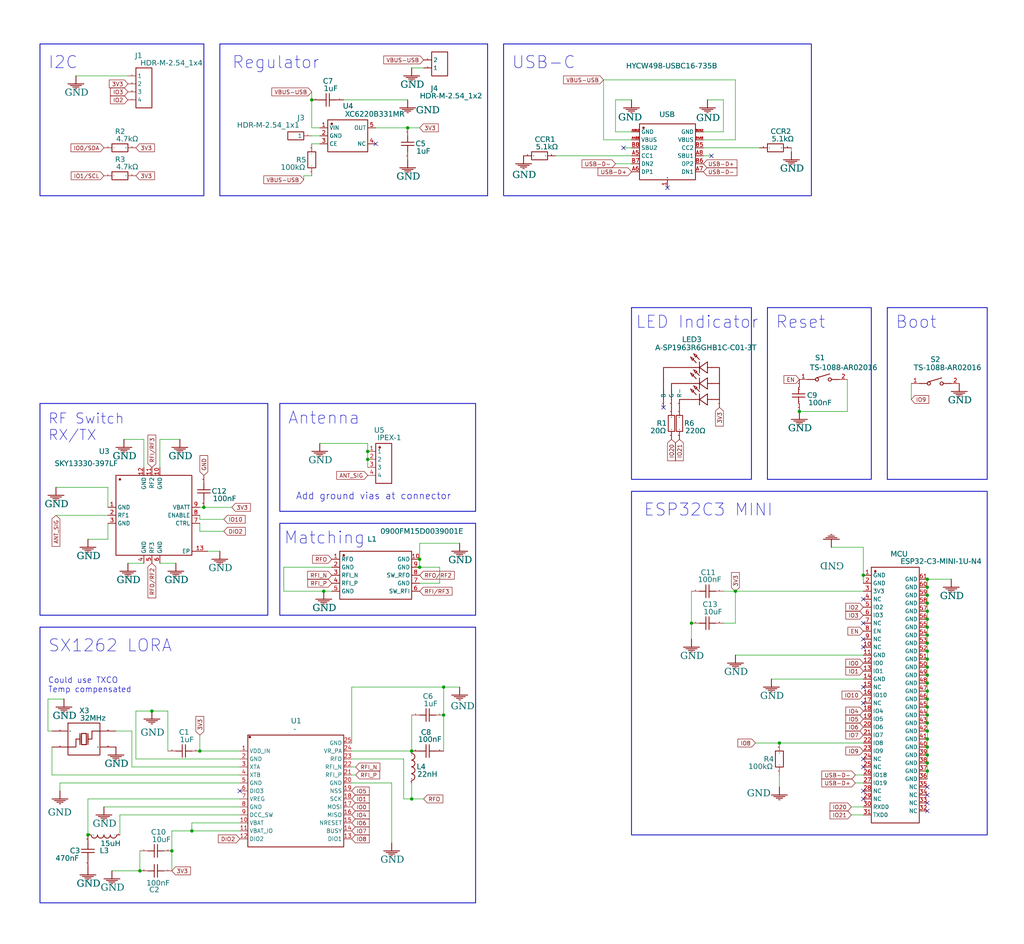
<source format=kicad_sch>
(kicad_sch (version 20250114) (generator "eeschema") (generator_version "9.0")
  (paper "User" 325.374 300.101)
  (rectangle (start 88.9 166.37) (end 151.13 195.58) (stroke (width 0.254)))
  (rectangle (start 69.85 13.97) (end 154.94 62.23) (stroke (width 0.254)))
  (rectangle (start 12.7 13.97) (end 64.77 62.23) (stroke (width 0.254)))
  (rectangle (start 88.9 128.27) (end 151.13 162.56) (stroke (width 0.254)))
  (rectangle (start 200.66 156.21) (end 313.69 265.43) (stroke (width 0.254)))
  (rectangle (start 12.7 199.39) (end 151.13 287.02) (stroke (width 0.254)))
  (rectangle (start 243.84 97.79) (end 276.86 152.4) (stroke (width 0.254)))
  (rectangle (start 200.66 97.79) (end 238.76 152.4) (stroke (width 0.254)))
  (rectangle (start 12.7 128.27) (end 85.09 195.58) (stroke (width 0.254)))
  (rectangle (start 160.02 13.97) (end 257.81 62.23) (stroke (width 0.254)))
  (rectangle (start 281.94 97.79) (end 313.69 152.4) (stroke (width 0.254)))
  (text "ESP32C3 MINI" (at 204.47 159.9692 0) (effects (font (size 3.8608 3.8608)) (justify left top)))
  (text "RF Switch\nRX/TX" (at 15.24 131.3688 0) (effects (font (size 3.2512 3.2512)) (justify left top)))
  (text "Antenna" (at 91.44 130.7592 0) (effects (font (size 3.8608 3.8608)) (justify left top)))
  (text "I2C" (at 15.24 17.7292 0) (effects (font (size 3.8608 3.8608)) (justify left top)))
  (text "SX1262 LORA" (at 15.24 203.1492 0) (effects (font (size 3.8608 3.8608)) (justify left top)))
  (text "Reset" (at 246.38 100.2792 0) (effects (font (size 3.8608 3.8608)) (justify left top)))
  (text "Could use TXCO\nTemp compensated" (at 15.24 215.3412 0) (effects (font (size 1.8288 1.8288)) (justify left top)))
  (text "LED Indicator" (at 201.93 100.2792 0) (effects (font (size 3.8608 3.8608)) (justify left top)))
  (text "USB-C" (at 162.56 17.7292 0) (effects (font (size 3.8608 3.8608)) (justify left top)))
  (text "Matching" (at 90.17 168.8592 0) (effects (font (size 3.8608 3.8608)) (justify left top)))
  (text "Add ground vias at connector" (at 93.98 156.5783 0) (effects (font (size 2.1717 2.1717)) (justify left top)))
  (text "Regulator" (at 73.66 17.7292 0) (effects (font (size 3.8608 3.8608)) (justify left top)))
  (text "Boot" (at 284.48 100.2792 0) (effects (font (size 3.8608 3.8608)) (justify left top)))
  (junction (at 294.64 191.77))
  (junction (at 294.64 237.49))
  (junction (at 294.64 209.55))
  (junction (at 294.64 186.69))
  (junction (at 294.64 242.57))
  (junction (at 294.64 240.03))
  (junction (at 140.97 218.44))
  (junction (at 219.71 198.12))
  (junction (at 294.64 194.31))
  (junction (at 294.64 219.71))
  (junction (at 129.54 40.64))
  (junction (at 116.84 143.51))
  (junction (at 294.64 189.23))
  (junction (at 54.61 270.51))
  (junction (at 294.64 232.41))
  (junction (at 254 130.81))
  (junction (at 274.32 182.88))
  (junction (at 60.96 264.16))
  (junction (at 27.94 265.43))
  (junction (at 140.97 227.33))
  (junction (at 99.06 31.75))
  (junction (at 294.64 229.87))
  (junction (at 294.64 217.17))
  (junction (at 294.64 222.25))
  (junction (at 63.5 238.76))
  (junction (at 294.64 245.11))
  (junction (at 294.64 207.01))
  (junction (at 294.64 212.09))
  (junction (at 247.65 236.22))
  (junction (at 133.35 180.34))
  (junction (at 130.81 238.76))
  (junction (at 102.87 187.96))
  (junction (at 294.64 234.95))
  (junction (at 233.68 187.96))
  (junction (at 294.64 199.39))
  (junction (at 294.64 224.79))
  (junction (at 48.26 226.06))
  (junction (at 294.64 214.63))
  (junction (at 44.45 276.86))
  (junction (at 294.64 204.47))
  (junction (at 294.64 201.93))
  (junction (at 116.84 146.05))
  (junction (at 294.64 184.15))
  (junction (at 294.64 196.85))
  (junction (at 64.77 161.29))
  (junction (at 294.64 227.33))
  (junction (at 130.81 254))
  (junction (at 133.35 177.8))
  (no_connect (at 212.09 59.69))
  (no_connect (at 210.82 129.54))
  (no_connect (at 119.38 45.72))
  (no_connect (at 274.32 218.44))
  (no_connect (at 226.06 49.53))
  (no_connect (at 294.64 250.19))
  (no_connect (at 274.32 190.5))
  (no_connect (at 274.32 223.52))
  (no_connect (at 274.32 251.46))
  (no_connect (at 274.32 205.74))
  (no_connect (at 198.12 46.99))
  (no_connect (at 274.32 203.2))
  (no_connect (at 274.32 254))
  (no_connect (at 274.32 198.12))
  (no_connect (at 274.32 241.3))
  (no_connect (at 274.32 243.84))
  (no_connect (at 294.64 257.81))
  (no_connect (at 76.2 251.46))
  (no_connect (at 294.64 252.73))
  (no_connect (at 294.64 255.27))
  (wire (pts (xy 54.61 276.86) (xy 54.61 270.51)))
  (wire (pts (xy 76.2 259.08) (xy 38.1 259.08)))
  (wire (pts (xy 55.88 179.07) (xy 50.8 179.07)))
  (wire (pts (xy 251.46 46.99) (xy 251.46 48.26)))
  (wire (pts (xy 111.76 243.84) (xy 113.03 243.84)))
  (wire (pts (xy 219.71 187.96) (xy 219.71 198.12)))
  (wire (pts (xy 130.81 254) (xy 134.62 254)))
  (wire (pts (xy 64.77 161.29) (xy 63.5 161.29)))
  (wire (pts (xy 294.64 209.55) (xy 294.64 212.09)))
  (wire (pts (xy 294.64 232.41) (xy 294.64 234.95)))
  (wire (pts (xy 233.68 44.45) (xy 233.68 25.4)))
  (wire (pts (xy 233.68 187.96) (xy 229.87 187.96)))
  (wire (pts (xy 294.64 224.79) (xy 294.64 227.33)))
  (wire (pts (xy 116.84 140.97) (xy 101.6 140.97)))
  (wire (pts (xy 198.12 46.99) (xy 200.66 46.99)))
  (wire (pts (xy 269.24 130.81) (xy 269.24 120.65)))
  (wire (pts (xy 76.2 243.84) (xy 41.91 243.84)))
  (wire (pts (xy 233.68 208.28) (xy 274.32 208.28)))
  (wire (pts (xy 34.29 163.83) (xy 17.78 163.83)))
  (wire (pts (xy 124.46 267.97) (xy 124.46 248.92)))
  (wire (pts (xy 128.27 241.3) (xy 128.27 254)))
  (wire (pts (xy 133.35 177.8) (xy 133.35 172.72)))
  (wire (pts (xy 294.64 242.57) (xy 294.64 245.11)))
  (wire (pts (xy 294.64 219.71) (xy 294.64 222.25)))
  (wire (pts (xy 39.37 139.7) (xy 45.72 139.7)))
  (wire (pts (xy 38.1 259.08) (xy 38.1 265.43)))
  (wire (pts (xy 294.64 207.01) (xy 294.64 209.55)))
  (wire (pts (xy 16.51 246.38) (xy 76.2 246.38)))
  (wire (pts (xy 63.5 168.91) (xy 63.5 166.37)))
  (wire (pts (xy 139.7 185.42) (xy 139.7 180.34)))
  (wire (pts (xy 223.52 44.45) (xy 233.68 44.45)))
  (wire (pts (xy 16.51 237.49) (xy 16.51 246.38)))
  (wire (pts (xy 140.97 227.33) (xy 140.97 218.44)))
  (wire (pts (xy 111.76 218.44) (xy 140.97 218.44)))
  (wire (pts (xy 19.05 248.92) (xy 19.05 251.46)))
  (wire (pts (xy 294.64 214.63) (xy 294.64 217.17)))
  (wire (pts (xy 195.58 31.75) (xy 195.58 41.91)))
  (wire (pts (xy 71.12 165.1) (xy 63.5 165.1)))
  (wire (pts (xy 44.45 276.86) (xy 35.56 276.86)))
  (wire (pts (xy 99.06 40.64) (xy 101.6 40.64)))
  (wire (pts (xy 129.54 31.75) (xy 109.22 31.75)))
  (wire (pts (xy 111.76 246.38) (xy 113.03 246.38)))
  (wire (pts (xy 176.53 49.53) (xy 200.66 49.53)))
  (wire (pts (xy 63.5 238.76) (xy 76.2 238.76)))
  (wire (pts (xy 63.5 233.68) (xy 63.5 238.76)))
  (wire (pts (xy 111.76 241.3) (xy 128.27 241.3)))
  (wire (pts (xy 99.06 31.75) (xy 99.06 40.64)))
  (wire (pts (xy 71.12 168.91) (xy 63.5 168.91)))
  (wire (pts (xy 76.2 254) (xy 27.94 254)))
  (wire (pts (xy 76.2 261.62) (xy 60.96 261.62)))
  (wire (pts (xy 27.94 254) (xy 27.94 265.43)))
  (wire (pts (xy 294.64 196.85) (xy 294.64 199.39)))
  (wire (pts (xy 289.56 127) (xy 289.56 121.92)))
  (wire (pts (xy 241.3 46.99) (xy 223.52 46.99)))
  (wire (pts (xy 294.64 240.03) (xy 294.64 242.57)))
  (wire (pts (xy 76.2 241.3) (xy 43.18 241.3)))
  (wire (pts (xy 245.11 215.9) (xy 274.32 215.9)))
  (wire (pts (xy 274.32 173.99) (xy 274.32 182.88)))
  (wire (pts (xy 15.24 232.41) (xy 16.51 232.41)))
  (wire (pts (xy 44.45 270.51) (xy 44.45 276.86)))
  (wire (pts (xy 274.32 259.08) (xy 270.51 259.08)))
  (wire (pts (xy 294.64 199.39) (xy 294.64 201.93)))
  (wire (pts (xy 223.52 49.53) (xy 226.06 49.53)))
  (wire (pts (xy 264.16 173.99) (xy 274.32 173.99)))
  (wire (pts (xy 200.66 31.75) (xy 195.58 31.75)))
  (wire (pts (xy 69.85 175.26) (xy 66.04 175.26)))
  (wire (pts (xy 294.64 217.17) (xy 294.64 219.71)))
  (wire (pts (xy 130.81 248.92) (xy 130.81 254)))
  (wire (pts (xy 271.78 246.38) (xy 274.32 246.38)))
  (wire (pts (xy 294.64 222.25) (xy 294.64 224.79)))
  (wire (pts (xy 15.24 222.25) (xy 15.24 232.41)))
  (wire (pts (xy 294.64 212.09) (xy 294.64 214.63)))
  (wire (pts (xy 247.65 236.22) (xy 274.32 236.22)))
  (wire (pts (xy 140.97 218.44) (xy 146.05 218.44)))
  (wire (pts (xy 40.64 179.07) (xy 45.72 179.07)))
  (wire (pts (xy 60.96 264.16) (xy 76.2 264.16)))
  (wire (pts (xy 90.17 187.96) (xy 90.17 180.34)))
  (wire (pts (xy 41.91 243.84) (xy 41.91 232.41)))
  (wire (pts (xy 50.8 139.7) (xy 50.8 148.59)))
  (wire (pts (xy 90.17 180.34) (xy 105.41 180.34)))
  (wire (pts (xy 111.76 236.22) (xy 111.76 218.44)))
  (wire (pts (xy 247.65 250.19) (xy 247.65 246.38)))
  (wire (pts (xy 99.06 55.88) (xy 96.52 55.88)))
  (wire (pts (xy 20.32 222.25) (xy 15.24 222.25)))
  (wire (pts (xy 229.87 31.75) (xy 229.87 41.91)))
  (wire (pts (xy 302.26 184.15) (xy 294.64 184.15)))
  (wire (pts (xy 53.34 226.06) (xy 53.34 238.76)))
  (wire (pts (xy 294.64 191.77) (xy 294.64 194.31)))
  (wire (pts (xy 102.87 187.96) (xy 105.41 187.96)))
  (wire (pts (xy 191.77 25.4) (xy 191.77 44.45)))
  (wire (pts (xy 274.32 182.88) (xy 274.32 185.42)))
  (wire (pts (xy 57.15 139.7) (xy 50.8 139.7)))
  (wire (pts (xy 101.6 43.18) (xy 99.06 43.18)))
  (wire (pts (xy 139.7 180.34) (xy 133.35 180.34)))
  (wire (pts (xy 294.64 234.95) (xy 294.64 237.49)))
  (wire (pts (xy 54.61 270.51) (xy 54.61 264.16)))
  (wire (pts (xy 130.81 21.59) (xy 134.62 21.59)))
  (wire (pts (xy 271.78 248.92) (xy 274.32 248.92)))
  (wire (pts (xy 191.77 44.45) (xy 200.66 44.45)))
  (wire (pts (xy 111.76 238.76) (xy 130.81 238.76)))
  (wire (pts (xy 24.13 24.13) (xy 40.64 24.13)))
  (wire (pts (xy 294.64 237.49) (xy 294.64 240.03)))
  (wire (pts (xy 96.52 55.88) (xy 96.52 57.15)))
  (wire (pts (xy 102.87 187.96) (xy 90.17 187.96)))
  (wire (pts (xy 116.84 148.59) (xy 116.84 146.05)))
  (wire (pts (xy 101.6 45.72) (xy 99.06 45.72)))
  (wire (pts (xy 233.68 187.96) (xy 233.68 198.12)))
  (wire (pts (xy 294.64 245.11) (xy 294.64 247.65)))
  (wire (pts (xy 195.58 52.07) (xy 200.66 52.07)))
  (wire (pts (xy 99.06 29.21) (xy 99.06 31.75)))
  (wire (pts (xy 60.96 261.62) (xy 60.96 264.16)))
  (wire (pts (xy 45.72 139.7) (xy 45.72 148.59)))
  (wire (pts (xy 43.18 226.06) (xy 48.26 226.06)))
  (wire (pts (xy 233.68 198.12) (xy 229.87 198.12)))
  (wire (pts (xy 34.29 171.45) (xy 34.29 166.37)))
  (wire (pts (xy 27.94 171.45) (xy 34.29 171.45)))
  (wire (pts (xy 195.58 41.91) (xy 200.66 41.91)))
  (wire (pts (xy 294.64 189.23) (xy 294.64 191.77)))
  (wire (pts (xy 63.5 165.1) (xy 63.5 163.83)))
  (wire (pts (xy 43.18 241.3) (xy 43.18 226.06)))
  (wire (pts (xy 294.64 194.31) (xy 294.64 196.85)))
  (wire (pts (xy 274.32 187.96) (xy 233.68 187.96)))
  (wire (pts (xy 294.64 204.47) (xy 294.64 207.01)))
  (wire (pts (xy 133.35 40.64) (xy 129.54 40.64)))
  (wire (pts (xy 219.71 198.12) (xy 219.71 203.2)))
  (wire (pts (xy 54.61 264.16) (xy 60.96 264.16)))
  (wire (pts (xy 34.29 154.94) (xy 34.29 161.29)))
  (wire (pts (xy 48.26 226.06) (xy 53.34 226.06)))
  (wire (pts (xy 130.81 238.76) (xy 130.81 227.33)))
  (wire (pts (xy 274.32 256.54) (xy 270.51 256.54)))
  (wire (pts (xy 128.27 254) (xy 130.81 254)))
  (wire (pts (xy 116.84 146.05) (xy 116.84 143.51)))
  (wire (pts (xy 294.64 184.15) (xy 294.64 186.69)))
  (wire (pts (xy 294.64 229.87) (xy 294.64 232.41)))
  (wire (pts (xy 254 130.81) (xy 269.24 130.81)))
  (wire (pts (xy 129.54 40.64) (xy 119.38 40.64)))
  (wire (pts (xy 17.78 154.94) (xy 34.29 154.94)))
  (wire (pts (xy 294.64 201.93) (xy 294.64 204.47)))
  (wire (pts (xy 229.87 31.75) (xy 224.79 31.75)))
  (wire (pts (xy 294.64 186.69) (xy 294.64 189.23)))
  (wire (pts (xy 73.66 161.29) (xy 64.77 161.29)))
  (wire (pts (xy 41.91 232.41) (xy 36.83 232.41)))
  (wire (pts (xy 240.03 236.22) (xy 247.65 236.22)))
  (wire (pts (xy 133.35 185.42) (xy 139.7 185.42)))
  (wire (pts (xy 294.64 227.33) (xy 294.64 229.87)))
  (wire (pts (xy 140.97 238.76) (xy 140.97 227.33)))
  (wire (pts (xy 133.35 180.34) (xy 133.35 177.8)))
  (wire (pts (xy 76.2 256.54) (xy 33.02 256.54)))
  (wire (pts (xy 229.87 41.91) (xy 223.52 41.91)))
  (wire (pts (xy 116.84 143.51) (xy 116.84 140.97)))
  (wire (pts (xy 233.68 25.4) (xy 191.77 25.4)))
  (wire (pts (xy 124.46 248.92) (xy 111.76 248.92)))
  (wire (pts (xy 133.35 172.72) (xy 146.05 172.72)))
  (wire (pts (xy 76.2 248.92) (xy 19.05 248.92)))
  (global_label "EN" (shape input) (at 254 120.65 180) (property "Intersheetrefs" "${INTERSHEET_REFS}" (effects (hide yes))))
  (global_label "USB-D+" (shape input) (at 271.78 248.92 180) (property "Intersheetrefs" "${INTERSHEET_REFS}" (effects (hide yes))))
  (global_label "RFI_P" (shape input) (at 113.03 246.38 0) (property "Intersheetrefs" "${INTERSHEET_REFS}" (effects (hide yes))))
  (global_label "RFI_N" (shape input) (at 113.03 243.84 0) (property "Intersheetrefs" "${INTERSHEET_REFS}" (effects (hide yes))))
  (global_label "RFI_P" (shape input) (at 105.41 185.42 180) (property "Intersheetrefs" "${INTERSHEET_REFS}" (effects (hide yes))))
  (global_label "3V3" (shape input) (at 63.5 233.68 90) (property "Intersheetrefs" "${INTERSHEET_REFS}" (effects (hide yes))))
  (global_label "ANT_SIG" (shape input) (at 17.78 163.83 270) (property "Intersheetrefs" "${INTERSHEET_REFS}" (effects (hide yes))))
  (global_label "IO3" (shape input) (at 40.64 29.21 180) (property "Intersheetrefs" "${INTERSHEET_REFS}" (effects (hide yes))))
  (global_label "3V3" (shape input) (at 233.68 187.96 90) (property "Intersheetrefs" "${INTERSHEET_REFS}" (effects (hide yes))))
  (global_label "IO2" (shape input) (at 274.32 193.04 180) (property "Intersheetrefs" "${INTERSHEET_REFS}" (effects (hide yes))))
  (global_label "RFI/RF3" (shape input) (at 133.35 187.96 0) (property "Intersheetrefs" "${INTERSHEET_REFS}" (effects (hide yes))))
  (global_label "IO0" (shape input) (at 111.76 256.54 0) (property "Intersheetrefs" "${INTERSHEET_REFS}" (effects (hide yes))))
  (global_label "IO7" (shape input) (at 274.32 233.68 180) (property "Intersheetrefs" "${INTERSHEET_REFS}" (effects (hide yes))))
  (global_label "VBUS-USB" (shape input) (at 99.06 29.21 180) (property "Intersheetrefs" "${INTERSHEET_REFS}" (effects (hide yes))))
  (global_label "IO1/SCL" (shape input) (at 33.02 55.88 180) (property "Intersheetrefs" "${INTERSHEET_REFS}" (effects (hide yes))))
  (global_label "VBUS-USB" (shape input) (at 134.62 19.05 180) (property "Intersheetrefs" "${INTERSHEET_REFS}" (effects (hide yes))))
  (global_label "3V3" (shape input) (at 228.6 129.54 270) (property "Intersheetrefs" "${INTERSHEET_REFS}" (effects (hide yes))))
  (global_label "IO21" (shape input) (at 270.51 259.08 180) (property "Intersheetrefs" "${INTERSHEET_REFS}" (effects (hide yes))))
  (global_label "IO10" (shape input) (at 274.32 220.98 180) (property "Intersheetrefs" "${INTERSHEET_REFS}" (effects (hide yes))))
  (global_label "IO1" (shape input) (at 111.76 254 0) (property "Intersheetrefs" "${INTERSHEET_REFS}" (effects (hide yes))))
  (global_label "DIO2" (shape input) (at 71.12 168.91 0) (property "Intersheetrefs" "${INTERSHEET_REFS}" (effects (hide yes))))
  (global_label "RFI/RF3" (shape input) (at 48.26 148.59 90) (property "Intersheetrefs" "${INTERSHEET_REFS}" (effects (hide yes))))
  (global_label "IO9" (shape input) (at 289.56 127 0) (property "Intersheetrefs" "${INTERSHEET_REFS}" (effects (hide yes))))
  (global_label "IO4" (shape input) (at 274.32 226.06 180) (property "Intersheetrefs" "${INTERSHEET_REFS}" (effects (hide yes))))
  (global_label "IO8" (shape input) (at 111.76 266.7 0) (property "Intersheetrefs" "${INTERSHEET_REFS}" (effects (hide yes))))
  (global_label "3V3" (shape input) (at 73.66 161.29 0) (property "Intersheetrefs" "${INTERSHEET_REFS}" (effects (hide yes))))
  (global_label "USB-D-" (shape input) (at 223.52 54.61 0) (property "Intersheetrefs" "${INTERSHEET_REFS}" (effects (hide yes))))
  (global_label "IO5" (shape input) (at 111.76 251.46 0) (property "Intersheetrefs" "${INTERSHEET_REFS}" (effects (hide yes))))
  (global_label "IO20" (shape input) (at 213.36 139.7 270) (property "Intersheetrefs" "${INTERSHEET_REFS}" (effects (hide yes))))
  (global_label "IO3" (shape input) (at 274.32 195.58 180) (property "Intersheetrefs" "${INTERSHEET_REFS}" (effects (hide yes))))
  (global_label "IO2" (shape input) (at 40.64 31.75 180) (property "Intersheetrefs" "${INTERSHEET_REFS}" (effects (hide yes))))
  (global_label "ANT_SIG" (shape input) (at 116.84 151.13 180) (property "Intersheetrefs" "${INTERSHEET_REFS}" (effects (hide yes))))
  (global_label "GND" (shape input) (at 64.77 151.13 90) (property "Intersheetrefs" "${INTERSHEET_REFS}" (effects (hide yes))))
  (global_label "USB-D+" (shape input) (at 223.52 52.07 0) (property "Intersheetrefs" "${INTERSHEET_REFS}" (effects (hide yes))))
  (global_label "RFO" (shape input) (at 105.41 177.8 180) (property "Intersheetrefs" "${INTERSHEET_REFS}" (effects (hide yes))))
  (global_label "IO9" (shape input) (at 274.32 238.76 180) (property "Intersheetrefs" "${INTERSHEET_REFS}" (effects (hide yes))))
  (global_label "IO4" (shape input) (at 111.76 259.08 0) (property "Intersheetrefs" "${INTERSHEET_REFS}" (effects (hide yes))))
  (global_label "IO7" (shape input) (at 111.76 264.16 0) (property "Intersheetrefs" "${INTERSHEET_REFS}" (effects (hide yes))))
  (global_label "VBUS-USB" (shape input) (at 191.77 25.4 180) (property "Intersheetrefs" "${INTERSHEET_REFS}" (effects (hide yes))))
  (global_label "RFO" (shape input) (at 134.62 254 0) (property "Intersheetrefs" "${INTERSHEET_REFS}" (effects (hide yes))))
  (global_label "IO20" (shape input) (at 270.51 256.54 180) (property "Intersheetrefs" "${INTERSHEET_REFS}" (effects (hide yes))))
  (global_label "3V3" (shape input) (at 40.64 26.67 180) (property "Intersheetrefs" "${INTERSHEET_REFS}" (effects (hide yes))))
  (global_label "3V3" (shape input) (at 133.35 40.64 0) (property "Intersheetrefs" "${INTERSHEET_REFS}" (effects (hide yes))))
  (global_label "IO0/SDA" (shape input) (at 33.02 46.99 180) (property "Intersheetrefs" "${INTERSHEET_REFS}" (effects (hide yes))))
  (global_label "VBUS-USB" (shape input) (at 96.52 57.15 180) (property "Intersheetrefs" "${INTERSHEET_REFS}" (effects (hide yes))))
  (global_label "3V3" (shape input) (at 43.18 46.99 0) (property "Intersheetrefs" "${INTERSHEET_REFS}" (effects (hide yes))))
  (global_label "USB-D-" (shape input) (at 271.78 246.38 180) (property "Intersheetrefs" "${INTERSHEET_REFS}" (effects (hide yes))))
  (global_label "RFO/RF2" (shape input) (at 48.26 179.07 270) (property "Intersheetrefs" "${INTERSHEET_REFS}" (effects (hide yes))))
  (global_label "IO6" (shape input) (at 111.76 261.62 0) (property "Intersheetrefs" "${INTERSHEET_REFS}" (effects (hide yes))))
  (global_label "3V3" (shape input) (at 43.18 55.88 0) (property "Intersheetrefs" "${INTERSHEET_REFS}" (effects (hide yes))))
  (global_label "IO0" (shape input) (at 274.32 210.82 180) (property "Intersheetrefs" "${INTERSHEET_REFS}" (effects (hide yes))))
  (global_label "IO10" (shape input) (at 71.12 165.1 0) (property "Intersheetrefs" "${INTERSHEET_REFS}" (effects (hide yes))))
  (global_label "3V3" (shape input) (at 54.61 276.86 0) (property "Intersheetrefs" "${INTERSHEET_REFS}" (effects (hide yes))))
  (global_label "RFI_N" (shape input) (at 105.41 182.88 180) (property "Intersheetrefs" "${INTERSHEET_REFS}" (effects (hide yes))))
  (global_label "IO1" (shape input) (at 274.32 213.36 180) (property "Intersheetrefs" "${INTERSHEET_REFS}" (effects (hide yes))))
  (global_label "DIO2" (shape input) (at 76.2 266.7 180) (property "Intersheetrefs" "${INTERSHEET_REFS}" (effects (hide yes))))
  (global_label "IO8" (shape input) (at 240.03 236.22 180) (property "Intersheetrefs" "${INTERSHEET_REFS}" (effects (hide yes))))
  (global_label "IO6" (shape input) (at 274.32 231.14 180) (property "Intersheetrefs" "${INTERSHEET_REFS}" (effects (hide yes))))
  (global_label "USB-D+" (shape input) (at 200.66 54.61 180) (property "Intersheetrefs" "${INTERSHEET_REFS}" (effects (hide yes))))
  (global_label "RFO/RF2" (shape input) (at 133.35 182.88 0) (property "Intersheetrefs" "${INTERSHEET_REFS}" (effects (hide yes))))
  (global_label "IO5" (shape input) (at 274.32 228.6 180) (property "Intersheetrefs" "${INTERSHEET_REFS}" (effects (hide yes))))
  (global_label "EN" (shape input) (at 274.32 200.66 180) (property "Intersheetrefs" "${INTERSHEET_REFS}" (effects (hide yes))))
  (global_label "USB-D-" (shape input) (at 195.58 52.07 180) (property "Intersheetrefs" "${INTERSHEET_REFS}" (effects (hide yes))))
  (global_label "IO21" (shape input) (at 215.9 139.7 270) (property "Intersheetrefs" "${INTERSHEET_REFS}" (effects (hide yes))))
  (symbol (lib_id "0900FM15D0039001E") (at 119.38 182.88 0) (unit 0)
    (property "Reference" "L1" (at 116.8146 170.5737 0) (effects (font (size 1.6891 1.6891)) (justify left top)))
    (property "Value" "0900FM15D0039001E" (at 120.142 168.0337 0) (effects (font (size 1.6891 1.6891)) (justify left top)))
    (property "Manufacturer Part" "0900FM15D0039001E" (effects (hide yes)))
    (property "Manufacturer" "JOHANSON(约翰逊)" (effects (hide yes)))
    (property "Supplier Part" "C17557877" (effects (hide yes)))
    (property "Supplier" "LCSC" (effects (hide yes)))
  )
  (symbol (lib_id "GND") (at 304.8 121.92 0) (unit 0)
    (property "Reference" "#PWR?" (effects (hide yes)))
    (property "Value" "GND" (at 301.498 128.524 0) (effects (font (size 2.1717 2.1717)) (justify left bottom)))
    (property "Description" "Power symbol creates a global label with name 'GND'" (effects (hide yes)))
  )
  (symbol (lib_id "CC0603KRX7R9BB105") (at 104.14 31.75 0) (unit 0)
    (property "Reference" "C7" (at 102.6414 24.9555 0) (effects (font (size 1.6891 1.6891)) (justify left top)))
    (property "Value" "1uF" (at 102.6414 27.2669 0) (effects (font (size 1.6891 1.6891)) (justify left top)))
    (property "Manufacturer Part" "CC0603KRX7R9BB105" (effects (hide yes)))
    (property "Manufacturer" "YAGEO(国巨)" (effects (hide yes)))
    (property "Supplier Part" "C559769" (effects (hide yes)))
    (property "Supplier" "LCSC" (effects (hide yes)))
  )
  (symbol (lib_id "GND") (at 146.05 218.44 0) (unit 0)
    (property "Reference" "#PWR?" (effects (hide yes)))
    (property "Value" "GND" (at 143.51 225.806 0) (effects (font (size 2.1717 2.1717)) (justify left bottom)))
    (property "Description" "Power symbol creates a global label with name 'GND'" (effects (hide yes)))
  )
  (symbol (lib_id "GND") (at 166.37 49.53 0) (unit 0)
    (property "Reference" "#PWR?" (effects (hide yes)))
    (property "Value" "GND" (at 163.068 56.896 0) (effects (font (size 2.1717 2.1717)) (justify left bottom)))
    (property "Description" "Power symbol creates a global label with name 'GND'" (effects (hide yes)))
  )
  (symbol (lib_id "MGFL1608F150MT-LF") (at 33.02 265.43 0) (unit 0)
    (property "Reference" "L3" (at 31.7246 269.6083 0) (effects (font (size 1.6891 1.6891)) (justify left top)))
    (property "Value" "15uH" (at 31.7246 267.2969 0) (effects (font (size 1.6891 1.6891)) (justify left top)))
    (property "Manufacturer Part" "MGFL1608F150MT-LF" (effects (hide yes)))
    (property "Manufacturer" "microgate(麦捷科技)" (effects (hide yes)))
    (property "Supplier Part" "C486329" (effects (hide yes)))
    (property "Supplier" "LCSC" (effects (hide yes)))
  )
  (symbol (lib_id "GND") (at 251.46 48.26 0) (unit 0)
    (property "Reference" "#PWR?" (effects (hide yes)))
    (property "Value" "GND" (at 248.158 54.864 0) (effects (font (size 2.1717 2.1717)) (justify left bottom)))
    (property "Description" "Power symbol creates a global label with name 'GND'" (effects (hide yes)))
  )
  (symbol (lib_id "GND") (at 302.26 184.15 0) (unit 0)
    (property "Reference" "#PWR?" (effects (hide yes)))
    (property "Value" "GND" (at 298.958 190.754 0) (effects (font (size 2.1717 2.1717)) (justify left bottom)))
    (property "Description" "Power symbol creates a global label with name 'GND'" (effects (hide yes)))
  )
  (symbol (lib_id "GND") (at 36.83 237.49 0) (unit 0)
    (property "Reference" "#PWR?" (effects (hide yes)))
    (property "Value" "GND" (at 33.528 244.094 0) (effects (font (size 2.1717 2.1717)) (justify left bottom)))
    (property "Description" "Power symbol creates a global label with name 'GND'" (effects (hide yes)))
  )
  (symbol (lib_id "ESP32-C3-MINI-1U-N4") (at 284.48 220.98 0) (unit 0)
    (property "Reference" "MCU" (at 282.9814 175.2981 0) (effects (font (size 1.6891 1.6891)) (justify left top)))
    (property "Value" "ESP32-C3-MINI-1U-N4" (at 282.9814 177.5841 0) (effects (font (size 1.6891 1.6891)) (justify left top)))
    (property "Datasheet" "https://lcsc.com/eda_search?q=C2911374&%26type=1&ref=editor" (effects (hide yes)))
    (property "Manufacturer Part" "ESP32-C3-MINI-1U-N4" (effects (hide yes)))
    (property "Manufacturer" "ESPRESSIF(乐鑫)" (effects (hide yes)))
    (property "Supplier Part" "C2911374" (effects (hide yes)))
    (property "Supplier" "LCSC" (effects (hide yes)))
  )
  (symbol (lib_id "FRC0603J104 TS") (at 247.65 241.3 0) (unit 0)
    (property "Reference" "R4" (at 245.872 240.4999 0) (effects (font (size 1.6891 1.6891)) (justify right top)))
    (property "Value" "100kΩ" (at 245.872 242.8113 0) (effects (font (size 1.6891 1.6891)) (justify right top)))
    (property "Manufacturer Part" "FRC0603J104 TS" (effects (hide yes)))
    (property "Manufacturer" "FOJAN(富捷)" (effects (hide yes)))
    (property "Supplier Part" "C2907088" (effects (hide yes)))
    (property "Supplier" "LCSC" (effects (hide yes)))
  )
  (symbol (lib_id "CC0603KRX7R9BB104_2") (at 49.53 276.86 0) (unit 0)
    (property "Reference" "C2" (at 47.4472 282.0289 0) (effects (font (size 1.6891 1.6891)) (justify left top)))
    (property "Value" "100nF" (at 46.1772 279.8445 0) (effects (font (size 1.6891 1.6891)) (justify left top)))
    (property "Manufacturer Part" "CC0603KRX7R9BB104" (effects (hide yes)))
    (property "Manufacturer" "YAGEO(国巨)" (effects (hide yes)))
    (property "Supplier Part" "C14663" (effects (hide yes)))
    (property "Supplier" "LCSC" (effects (hide yes)))
  )
  (symbol (lib_id "GND") (at 254 130.81 0) (unit 0)
    (property "Reference" "#PWR?" (effects (hide yes)))
    (property "Value" "GND" (at 250.698 137.414 0) (effects (font (size 2.1717 2.1717)) (justify left bottom)))
    (property "Description" "Power symbol creates a global label with name 'GND'" (effects (hide yes)))
  )
  (symbol (lib_id "GND") (at 48.26 226.06 0) (unit 0)
    (property "Reference" "#PWR?" (effects (hide yes)))
    (property "Value" "GND" (at 44.958 234.188 0) (effects (font (size 2.1717 2.1717)) (justify left bottom)))
    (property "Description" "Power symbol creates a global label with name 'GND'" (effects (hide yes)))
  )
  (symbol (lib_id "GND") (at 39.37 139.7 0) (unit 0)
    (property "Reference" "#PWR?" (effects (hide yes)))
    (property "Value" "GND" (at 36.068 146.304 0) (effects (font (size 2.1717 2.1717)) (justify left bottom)))
    (property "Description" "Power symbol creates a global label with name 'GND'" (effects (hide yes)))
  )
  (symbol (lib_id "TS-1088-AR02016_1") (at 297.18 121.92 0) (unit 0)
    (property "Reference" "S2" (at 295.7322 113.4491 0) (effects (font (size 1.6891 1.6891)) (justify left top)))
    (property "Value" "TS-1088-AR02016" (at 288.5694 115.9891 0) (effects (font (size 1.6891 1.6891)) (justify left top)))
    (property "Manufacturer Part" "TS-1088-AR02016" (effects (hide yes)))
    (property "Manufacturer" "XUNPU(讯普)" (effects (hide yes)))
    (property "Supplier Part" "C720477" (effects (hide yes)))
    (property "Supplier" "LCSC" (effects (hide yes)))
  )
  (symbol (lib_id "GND") (at 247.65 250.19 0) (unit 0)
    (property "Reference" "#PWR?" (effects (hide yes)))
    (property "Value" "GND" (at 244.602 253.492 0) (effects (font (size 2.1717 2.1717)) (justify right bottom)))
    (property "Description" "Power symbol creates a global label with name 'GND'" (effects (hide yes)))
  )
  (symbol (lib_id "SKY13330-397LF") (at 48.26 163.83 0) (unit 0)
    (property "Reference" "U3" (at 31.5214 142.6591 0) (effects (font (size 1.6891 1.6891)) (justify left top)))
    (property "Value" "SKY13330-397LF" (at 15.9766 146.4691 0) (effects (font (size 1.6891 1.6891)) (justify left top)))
    (property "Manufacturer Part" "SKY13330-397LF" (effects (hide yes)))
    (property "Manufacturer" "SKYWORKS" (effects (hide yes)))
    (property "Supplier Part" "C2654715" (effects (hide yes)))
    (property "Supplier" "LCSC" (effects (hide yes)))
  )
  (symbol (lib_id "X322532MMB4SI") (at 26.67 234.95 0) (unit 0)
    (property "Reference" "X3" (at 25.2222 225.1075 0) (effects (font (size 1.6891 1.6891)) (justify left top)))
    (property "Value" "32MHz" (at 25.2222 227.4189 0) (effects (font (size 1.6891 1.6891)) (justify left top)))
    (property "Manufacturer Part" "X322532MMB4SI" (effects (hide yes)))
    (property "Manufacturer" "YXC(扬兴晶振)" (effects (hide yes)))
    (property "Supplier Part" "C113671" (effects (hide yes)))
    (property "Supplier" "LCSC" (effects (hide yes)))
  )
  (symbol (lib_id "CC0603KRX7R9BB104_1") (at 254 125.73 0) (unit 0)
    (property "Reference" "C9" (at 256.4892 124.8537 0) (effects (font (size 1.6891 1.6891)) (justify left top)))
    (property "Value" "100nF" (at 256.4892 127.1651 0) (effects (font (size 1.6891 1.6891)) (justify left top)))
    (property "Manufacturer Part" "CC0603KRX7R9BB104" (effects (hide yes)))
    (property "Manufacturer" "YAGEO(国巨)" (effects (hide yes)))
    (property "Supplier Part" "C14663" (effects (hide yes)))
    (property "Supplier" "LCSC" (effects (hide yes)))
  )
  (symbol (lib_id "FCC0402B104K160AT") (at 64.77 156.21 0) (unit 0)
    (property "Reference" "C12" (at 67.31 155.3337 0) (effects (font (size 1.6891 1.6891)) (justify left top)))
    (property "Value" "100nF" (at 67.31 157.6451 0) (effects (font (size 1.6891 1.6891)) (justify left top)))
    (property "Manufacturer Part" "FCC0402B104K160AT" (effects (hide yes)))
    (property "Manufacturer" "FOJAN(富捷)" (effects (hide yes)))
    (property "Supplier Part" "C5137468" (effects (hide yes)))
    (property "Supplier" "LCSC" (effects (hide yes)))
  )
  (symbol (lib_id "HDR-M-2.54_1x1") (at 95.25 43.18 0) (unit 0)
    (property "Reference" "J3" (at 96.7486 36.6141 0) (effects (font (size 1.6891 1.6891)) (justify right top)))
    (property "Value" "HDR-M-2.54_1x1" (at 96.7486 38.9001 0) (effects (font (size 1.6891 1.6891)) (justify right top)))
    (property "Supplier Part" "C81276" (effects (hide yes)))
    (property "Supplier" "LCSC" (effects (hide yes)))
  )
  (symbol (lib_id "CL10A106MA8NRNC") (at 224.79 198.12 0) (unit 0)
    (property "Reference" "C13" (at 223.2914 191.3255 0) (effects (font (size 1.6891 1.6891)) (justify left top)))
    (property "Value" "10uF" (at 223.2914 193.6369 0) (effects (font (size 1.6891 1.6891)) (justify left top)))
    (property "Manufacturer Part" "CL10A106MA8NRNC" (effects (hide yes)))
    (property "Manufacturer" "SAMSUNG(三星)" (effects (hide yes)))
    (property "Supplier Part" "C96446" (effects (hide yes)))
    (property "Supplier" "LCSC" (effects (hide yes)))
  )
  (symbol (lib_id "GND") (at 27.94 171.45 0) (unit 0)
    (property "Reference" "#PWR?" (effects (hide yes)))
    (property "Value" "GND" (at 24.638 178.054 0) (effects (font (size 2.1717 2.1717)) (justify left bottom)))
    (property "Description" "Power symbol creates a global label with name 'GND'" (effects (hide yes)))
  )
  (symbol (lib_id "GND") (at 124.46 267.97 0) (unit 0)
    (property "Reference" "#PWR?" (effects (hide yes)))
    (property "Value" "GND" (at 121.158 274.574 0) (effects (font (size 2.1717 2.1717)) (justify left bottom)))
    (property "Description" "Power symbol creates a global label with name 'GND'" (effects (hide yes)))
  )
  (symbol (lib_id "GND") (at 102.87 187.96 0) (unit 0)
    (property "Reference" "#PWR?" (effects (hide yes)))
    (property "Value" "GND" (at 99.568 194.564 0) (effects (font (size 2.1717 2.1717)) (justify left bottom)))
    (property "Description" "Power symbol creates a global label with name 'GND'" (effects (hide yes)))
  )
  (symbol (lib_id "IPEX-1") (at 121.92 147.32 0) (unit 0)
    (property "Reference" "U5" (at 118.8974 135.9281 0) (effects (font (size 1.6891 1.6891)) (justify left top)))
    (property "Value" "IPEX-1" (at 118.8974 138.2649 0) (effects (font (size 1.6891 1.6891)) (justify left top)))
    (property "Manufacturer Part" "IPEX-1" (effects (hide yes)))
    (property "Manufacturer" "Ziisor(致哲)" (effects (hide yes)))
    (property "Supplier Part" "C2987682" (effects (hide yes)))
    (property "Supplier" "LCSC" (effects (hide yes)))
  )
  (symbol (lib_id "GND") (at 233.68 208.28 0) (unit 0)
    (property "Reference" "#PWR?" (effects (hide yes)))
    (property "Value" "GND" (at 230.378 214.884 0) (effects (font (size 2.1717 2.1717)) (justify left bottom)))
    (property "Description" "Power symbol creates a global label with name 'GND'" (effects (hide yes)))
  )
  (symbol (lib_id "FRC0603J472 TS_1") (at 38.1 55.88 0) (unit 0)
    (property "Reference" "R3" (at 36.6014 49.8729 0) (effects (font (size 1.6891 1.6891)) (justify left top)))
    (property "Value" "4.7kΩ" (at 36.6014 52.1589 0) (effects (font (size 1.6891 1.6891)) (justify left top)))
    (property "Manufacturer Part" "FRC0603J472 TS" (effects (hide yes)))
    (property "Manufacturer" "FOJAN(富捷)" (effects (hide yes)))
    (property "Supplier Part" "C2907166" (effects (hide yes)))
    (property "Supplier" "LCSC" (effects (hide yes)))
  )
  (symbol (lib_id "GND") (at 245.11 215.9 0) (unit 0)
    (property "Reference" "#PWR?" (effects (hide yes)))
    (property "Value" "GND" (at 241.808 222.504 0) (effects (font (size 2.1717 2.1717)) (justify left bottom)))
    (property "Description" "Power symbol creates a global label with name 'GND'" (effects (hide yes)))
  )
  (symbol (lib_id "0603WAJ0200T5E") (at 213.36 134.62 0) (unit 0)
    (property "Reference" "R1" (at 211.836 133.7437 0) (effects (font (size 1.6891 1.6891)) (justify right top)))
    (property "Value" "20Ω" (at 211.836 136.0805 0) (effects (font (size 1.6891 1.6891)) (justify right top)))
    (property "Manufacturer Part" "0603WAJ0200T5E" (effects (hide yes)))
    (property "Manufacturer" "UNI-ROYAL(厚声)" (effects (hide yes)))
    (property "Supplier Part" "C25218" (effects (hide yes)))
    (property "Supplier" "LCSC" (effects (hide yes)))
  )
  (symbol (lib_id "GND") (at 57.15 139.7 0) (unit 0)
    (property "Reference" "#PWR?" (effects (hide yes)))
    (property "Value" "GND" (at 53.848 146.304 0) (effects (font (size 2.1717 2.1717)) (justify left bottom)))
    (property "Description" "Power symbol creates a global label with name 'GND'" (effects (hide yes)))
  )
  (symbol (lib_id "GND") (at 129.54 50.8 0) (unit 0)
    (property "Reference" "#PWR?" (effects (hide yes)))
    (property "Value" "GND" (at 126.238 57.404 0) (effects (font (size 2.1717 2.1717)) (justify left bottom)))
    (property "Description" "Power symbol creates a global label with name 'GND'" (effects (hide yes)))
  )
  (symbol (lib_id "GND") (at 17.78 154.94 0) (unit 0)
    (property "Reference" "#PWR?" (effects (hide yes)))
    (property "Value" "GND" (at 14.478 161.544 0) (effects (font (size 2.1717 2.1717)) (justify left bottom)))
    (property "Description" "Power symbol creates a global label with name 'GND'" (effects (hide yes)))
  )
  (symbol (lib_id "GND") (at 24.13 24.13 0) (unit 0)
    (property "Reference" "#PWR?" (effects (hide yes)))
    (property "Value" "GND" (at 20.828 30.734 0) (effects (font (size 2.1717 2.1717)) (justify left bottom)))
    (property "Description" "Power symbol creates a global label with name 'GND'" (effects (hide yes)))
  )
  (symbol (lib_id "TS-1088-AR02016") (at 261.62 120.65 0) (unit 0)
    (property "Reference" "S1" (at 259.0546 112.9157 0) (effects (font (size 1.6891 1.6891)) (justify left top)))
    (property "Value" "TS-1088-AR02016" (at 255.5494 115.9637 0) (effects (font (size 1.6891 1.6891)) (justify left top)))
    (property "Manufacturer Part" "TS-1088-AR02016" (effects (hide yes)))
    (property "Manufacturer" "XUNPU(讯普)" (effects (hide yes)))
    (property "Supplier Part" "C720477" (effects (hide yes)))
    (property "Supplier" "LCSC" (effects (hide yes)))
  )
  (symbol (lib_id "GND") (at 20.32 222.25 0) (unit 0)
    (property "Reference" "#PWR?" (effects (hide yes)))
    (property "Value" "GND" (at 17.018 228.854 0) (effects (font (size 2.1717 2.1717)) (justify left bottom)))
    (property "Description" "Power symbol creates a global label with name 'GND'" (effects (hide yes)))
  )
  (symbol (lib_id "GND") (at 130.81 21.59 0) (unit 0)
    (property "Reference" "#PWR?" (effects (hide yes)))
    (property "Value" "GND" (at 127.508 28.194 0) (effects (font (size 2.1717 2.1717)) (justify left bottom)))
    (property "Description" "Power symbol creates a global label with name 'GND'" (effects (hide yes)))
  )
  (symbol (lib_id "0603WAJ0221T5E") (at 215.9 134.62 0) (unit 0)
    (property "Reference" "R6" (at 217.424 133.7437 0) (effects (font (size 1.6891 1.6891)) (justify left top)))
    (property "Value" "220Ω" (at 217.424 136.0805 0) (effects (font (size 1.6891 1.6891)) (justify left top)))
    (property "Manufacturer Part" "0603WAJ0221T5E" (effects (hide yes)))
    (property "Manufacturer" "UNI-ROYAL(厚声)" (effects (hide yes)))
    (property "Supplier Part" "C1226" (effects (hide yes)))
    (property "Supplier" "LCSC" (effects (hide yes)))
  )
  (symbol (lib_id "CC0603KRX7R9BB105_3") (at 135.89 227.33 0) (unit 0)
    (property "Reference" "C6" (at 134.3914 220.5355 0) (effects (font (size 1.6891 1.6891)) (justify left top)))
    (property "Value" "1uF" (at 134.3914 222.8469 0) (effects (font (size 1.6891 1.6891)) (justify left top)))
    (property "Manufacturer Part" "CC0603KRX7R9BB105" (effects (hide yes)))
    (property "Manufacturer" "YAGEO(国巨)" (effects (hide yes)))
    (property "Supplier Part" "C559769" (effects (hide yes)))
    (property "Supplier" "LCSC" (effects (hide yes)))
  )
  (symbol (lib_id "GND") (at 101.6 140.97 0) (unit 0)
    (property "Reference" "#PWR?" (effects (hide yes)))
    (property "Value" "GND" (at 98.298 147.574 0) (effects (font (size 2.1717 2.1717)) (justify left bottom)))
    (property "Description" "Power symbol creates a global label with name 'GND'" (effects (hide yes)))
  )
  (symbol (lib_id "HYCW498-USBC16-735B") (at 212.09 48.26 0) (unit 0)
    (property "Reference" "USB" (at 209.55 35.56 0) (effects (font (size 1.6891 1.6891)) (justify left top)))
    (property "Value" "HYCW498-USBC16-735B" (at 197.104 20.066 0) (effects (font (size 1.6891 1.6891)) (justify left top)))
    (property "Manufacturer Part" "HYCW498-USBC16-735B" (effects (hide yes)))
    (property "Manufacturer" "华宇创" (effects (hide yes)))
    (property "Supplier Part" "C42400252" (effects (hide yes)))
    (property "Supplier" "LCSC" (effects (hide yes)))
  )
  (symbol (lib_id "FRC0603F5101TS_1") (at 171.45 49.53 0) (unit 0)
    (property "Reference" "CCR1" (at 169.9514 43.4975 0) (effects (font (size 1.6891 1.6891)) (justify left top)))
    (property "Value" "5.1kΩ" (at 169.9514 45.8089 0) (effects (font (size 1.6891 1.6891)) (justify left top)))
    (property "Manufacturer Part" "FRC0603F5101TS" (effects (hide yes)))
    (property "Manufacturer" "FOJAN(富捷)" (effects (hide yes)))
    (property "Supplier Part" "C2907044" (effects (hide yes)))
    (property "Supplier" "LCSC" (effects (hide yes)))
  )
  (symbol (lib_id "GND") (at 40.64 179.07 0) (unit 0)
    (property "Reference" "#PWR?" (effects (hide yes)))
    (property "Value" "GND" (at 37.338 185.674 0) (effects (font (size 2.1717 2.1717)) (justify left bottom)))
    (property "Description" "Power symbol creates a global label with name 'GND'" (effects (hide yes)))
  )
  (symbol (lib_id "HDR-M-2.54_1x2") (at 138.43 20.32 0) (unit 0)
    (property "Reference" "J4" (at 136.9314 27.2923 0) (effects (font (size 1.6891 1.6891)) (justify left top)))
    (property "Value" "HDR-M-2.54_1x2" (at 131.7752 29.6037 0) (effects (font (size 1.6891 1.6891)) (justify left top)))
    (property "Supplier Part" "C124375" (effects (hide yes)))
    (property "Supplier" "LCSC" (effects (hide yes)))
  )
  (symbol (lib_id "FRC0603J104 TS_1") (at 99.06 50.8 0) (unit 0)
    (property "Reference" "R5" (at 97.282 49.9999 0) (effects (font (size 1.6891 1.6891)) (justify right top)))
    (property "Value" "100kΩ" (at 97.282 52.3113 0) (effects (font (size 1.6891 1.6891)) (justify right top)))
    (property "Manufacturer Part" "FRC0603J104 TS" (effects (hide yes)))
    (property "Manufacturer" "FOJAN(富捷)" (effects (hide yes)))
    (property "Supplier Part" "C2907088" (effects (hide yes)))
    (property "Supplier" "LCSC" (effects (hide yes)))
  )
  (symbol (lib_id "GND") (at 55.88 179.07 0) (unit 0)
    (property "Reference" "#PWR?" (effects (hide yes)))
    (property "Value" "GND" (at 52.578 185.674 0) (effects (font (size 2.1717 2.1717)) (justify left bottom)))
    (property "Description" "Power symbol creates a global label with name 'GND'" (effects (hide yes)))
  )
  (symbol (lib_id "GND") (at 35.56 276.86 0) (unit 0)
    (property "Reference" "#PWR?" (effects (hide yes)))
    (property "Value" "GND" (at 32.258 283.464 0) (effects (font (size 2.1717 2.1717)) (justify left bottom)))
    (property "Description" "Power symbol creates a global label with name 'GND'" (effects (hide yes)))
  )
  (symbol (lib_id "HDR-M-2.54_1x4") (at 45.72 27.94 0) (unit 0)
    (property "Reference" "J1" (at 42.9514 16.8529 0) (effects (font (size 1.6891 1.6891)) (justify left top)))
    (property "Value" "HDR-M-2.54_1x4" (at 42.9514 19.1389 0) (effects (font (size 1.6891 1.6891)) (justify left top)))
    (property "Supplier Part" "C124378" (effects (hide yes)))
    (property "Supplier" "LCSC" (effects (hide yes)))
  )
  (symbol (lib_id "CC0603KRX7R9BB105_1") (at 129.54 45.72 0) (unit 0)
    (property "Reference" "C5" (at 132.08 44.8437 0) (effects (font (size 1.6891 1.6891)) (justify left top)))
    (property "Value" "1uF" (at 132.08 47.1805 0) (effects (font (size 1.6891 1.6891)) (justify left top)))
    (property "Manufacturer Part" "CC0603KRX7R9BB105" (effects (hide yes)))
    (property "Manufacturer" "YAGEO(国巨)" (effects (hide yes)))
    (property "Supplier Part" "C559769" (effects (hide yes)))
    (property "Supplier" "LCSC" (effects (hide yes)))
  )
  (symbol (lib_id "FRC0603F5101TS") (at 246.38 46.99 0) (unit 0)
    (property "Reference" "CCR2" (at 244.8814 40.9575 0) (effects (font (size 1.6891 1.6891)) (justify left top)))
    (property "Value" "5.1kΩ" (at 244.8814 43.2689 0) (effects (font (size 1.6891 1.6891)) (justify left top)))
    (property "Manufacturer Part" "FRC0603F5101TS" (effects (hide yes)))
    (property "Manufacturer" "FOJAN(富捷)" (effects (hide yes)))
    (property "Supplier Part" "C2907044" (effects (hide yes)))
    (property "Supplier" "LCSC" (effects (hide yes)))
  )
  (symbol (lib_id "CC0603KRX7R9BB104") (at 224.79 187.96 0) (unit 0)
    (property "Reference" "C11" (at 222.7072 181.1909 0) (effects (font (size 1.6891 1.6891)) (justify left top)))
    (property "Value" "100nF" (at 221.4372 183.3753 0) (effects (font (size 1.6891 1.6891)) (justify left top)))
    (property "Manufacturer Part" "CC0603KRX7R9BB104" (effects (hide yes)))
    (property "Manufacturer" "YAGEO(国巨)" (effects (hide yes)))
    (property "Supplier Part" "C14663" (effects (hide yes)))
    (property "Supplier" "LCSC" (effects (hide yes)))
  )
  (symbol (lib_id "CC0603KRX7R9BB105_2") (at 58.42 238.76 0) (unit 0)
    (property "Reference" "C1" (at 56.9214 231.9655 0) (effects (font (size 1.6891 1.6891)) (justify left top)))
    (property "Value" "1uF" (at 56.9214 234.2769 0) (effects (font (size 1.6891 1.6891)) (justify left top)))
    (property "Manufacturer Part" "CC0603KRX7R9BB105" (effects (hide yes)))
    (property "Manufacturer" "YAGEO(国巨)" (effects (hide yes)))
    (property "Supplier Part" "C559769" (effects (hide yes)))
    (property "Supplier" "LCSC" (effects (hide yes)))
  )
  (symbol (lib_id "GND") (at 33.02 256.54 0) (unit 0)
    (property "Reference" "#PWR?" (effects (hide yes)))
    (property "Value" "GND" (at 29.718 263.144 0) (effects (font (size 2.1717 2.1717)) (justify left bottom)))
    (property "Description" "Power symbol creates a global label with name 'GND'" (effects (hide yes)))
  )
  (symbol (lib_id "GND") (at 69.85 175.26 0) (unit 0)
    (property "Reference" "#PWR?" (effects (hide yes)))
    (property "Value" "GND" (at 66.548 181.864 0) (effects (font (size 2.1717 2.1717)) (justify left bottom)))
    (property "Description" "Power symbol creates a global label with name 'GND'" (effects (hide yes)))
  )
  (symbol (lib_id "GND") (at 200.66 31.75 0) (unit 0)
    (property "Reference" "#PWR?" (effects (hide yes)))
    (property "Value" "GND" (at 203.708 38.608 0) (effects (font (size 2.1717 2.1717)) (justify right bottom)))
    (property "Description" "Power symbol creates a global label with name 'GND'" (effects (hide yes)))
  )
  (symbol (lib_id "GND") (at 19.05 251.46 0) (unit 0)
    (property "Reference" "#PWR?" (effects (hide yes)))
    (property "Value" "GND" (at 15.494 259.588 0) (effects (font (size 2.1717 2.1717)) (justify left bottom)))
    (property "Description" "Power symbol creates a global label with name 'GND'" (effects (hide yes)))
  )
  (symbol (lib_id "GND") (at 264.16 173.99 180) (unit 0)
    (property "Reference" "#PWR?" (effects (hide yes)))
    (property "Value" "GND" (at 260.858 180.9242 -180) (effects (font (size 2.1717 2.1717)) (justify left bottom)))
    (property "Description" "Power symbol creates a global label with name 'GND'" (effects (hide yes)))
  )
  (symbol (lib_id "FHW0603UC022JST") (at 130.81 243.84 0) (unit 0)
    (property "Reference" "L4" (at 132.4102 242.9383 0) (effects (font (size 1.6891 1.6891)) (justify left top)))
    (property "Value" "22nH" (at 132.4102 245.2751 0) (effects (font (size 1.6891 1.6891)) (justify left top)))
    (property "Manufacturer Part" "FHW0603UC022JST" (effects (hide yes)))
    (property "Manufacturer" "FH(风华)" (effects (hide yes)))
    (property "Supplier Part" "C139252" (effects (hide yes)))
    (property "Supplier" "LCSC" (effects (hide yes)))
  )
  (symbol (lib_id "GND") (at 224.79 31.75 0) (unit 0)
    (property "Reference" "#PWR?" (effects (hide yes)))
    (property "Value" "GND" (at 221.488 38.7858 0) (effects (font (size 2.1717 2.1717)) (justify left bottom)))
    (property "Description" "Power symbol creates a global label with name 'GND'" (effects (hide yes)))
  )
  (symbol (lib_id "CC0603KRX7R9BB104_3") (at 135.89 238.76 0) (unit 0)
    (property "Reference" "C8" (at 133.8072 231.9909 0) (effects (font (size 1.6891 1.6891)) (justify left top)))
    (property "Value" "100nF" (at 132.5372 234.1753 0) (effects (font (size 1.6891 1.6891)) (justify left top)))
    (property "Manufacturer Part" "CC0603KRX7R9BB104" (effects (hide yes)))
    (property "Manufacturer" "YAGEO(国巨)" (effects (hide yes)))
    (property "Supplier Part" "C14663" (effects (hide yes)))
    (property "Supplier" "LCSC" (effects (hide yes)))
  )
  (symbol (lib_id "FRC0603J472 TS") (at 38.1 46.99 0) (unit 0)
    (property "Reference" "R2" (at 36.6014 40.9829 0) (effects (font (size 1.6891 1.6891)) (justify left top)))
    (property "Value" "4.7kΩ" (at 36.6014 43.2689 0) (effects (font (size 1.6891 1.6891)) (justify left top)))
    (property "Manufacturer Part" "FRC0603J472 TS" (effects (hide yes)))
    (property "Manufacturer" "FOJAN(富捷)" (effects (hide yes)))
    (property "Supplier Part" "C2907166" (effects (hide yes)))
    (property "Supplier" "LCSC" (effects (hide yes)))
  )
  (symbol (lib_id "A-SP1963R6GHB1C-C01-3T") (at 220.98 121.92 0) (unit 0)
    (property "Reference" "LED3" (at 216.7636 107.0991 0) (effects (font (size 1.6891 1.6891)) (justify left top)))
    (property "Value" "A-SP1963R6GHB1C-C01-3T" (at 205.6384 109.6391 0) (effects (font (size 1.6891 1.6891)) (justify left top)))
    (property "Manufacturer Part" "A-SP1963R6GHB1C-C01-3T" (effects (hide yes)))
    (property "Manufacturer" "Amicc(欧密格光电)" (effects (hide yes)))
    (property "Supplier Part" "C19171203" (effects (hide yes)))
    (property "Supplier" "LCSC" (effects (hide yes)))
  )
  (symbol (lib_id "CL10A106MA8NRNC_1") (at 49.53 270.51 0) (unit 0)
    (property "Reference" "C10" (at 48.0314 263.7155 0) (effects (font (size 1.6891 1.6891)) (justify left top)))
    (property "Value" "10uF" (at 48.0314 266.0269 0) (effects (font (size 1.6891 1.6891)) (justify left top)))
    (property "Manufacturer Part" "CL10A106MA8NRNC" (effects (hide yes)))
    (property "Manufacturer" "SAMSUNG(三星)" (effects (hide yes)))
    (property "Supplier Part" "C96446" (effects (hide yes)))
    (property "Supplier" "LCSC" (effects (hide yes)))
  )
  (symbol (lib_id "GND") (at 129.54 31.75 0) (mirror y) (unit 0)
    (property "Reference" "#PWR?" (effects (hide yes)))
    (property "Value" "GND" (at 139.446 36.322 0) (effects (font (size 2.1717 2.1717)) (justify left bottom)))
    (property "Description" "Power symbol creates a global label with name 'GND'" (effects (hide yes)))
  )
  (symbol (lib_id "0603B474K160") (at 27.94 270.51 0) (unit 0)
    (property "Reference" "C3" (at 25.4 269.6337 0) (effects (font (size 1.6891 1.6891)) (justify right top)))
    (property "Value" "470nF" (at 25.4 271.9705 0) (effects (font (size 1.6891 1.6891)) (justify right top)))
    (property "Manufacturer Part" "0603B474K160CT" (effects (hide yes)))
    (property "Manufacturer" "Walsin(华新科)" (effects (hide yes)))
    (property "Supplier Part" "C123514" (effects (hide yes)))
    (property "Supplier" "LCSC" (effects (hide yes)))
  )
  (symbol (lib_id "GND") (at 146.05 172.72 0) (unit 0)
    (property "Reference" "#PWR?" (effects (hide yes)))
    (property "Value" "GND" (at 142.748 179.324 0) (effects (font (size 2.1717 2.1717)) (justify left bottom)))
    (property "Description" "Power symbol creates a global label with name 'GND'" (effects (hide yes)))
  )
  (symbol (lib_id "GND") (at 27.94 275.59 0) (unit 0)
    (property "Reference" "#PWR?" (effects (hide yes)))
    (property "Value" "GND" (at 24.638 282.194 0) (effects (font (size 2.1717 2.1717)) (justify left bottom)))
    (property "Description" "Power symbol creates a global label with name 'GND'" (effects (hide yes)))
  )
  (symbol (lib_id "GND") (at 219.71 203.2 0) (unit 0)
    (property "Reference" "#PWR?" (effects (hide yes)))
    (property "Value" "GND" (at 216.408 209.804 0) (effects (font (size 2.1717 2.1717)) (justify left bottom)))
    (property "Description" "Power symbol creates a global label with name 'GND'" (effects (hide yes)))
  )
  (symbol (lib_id "XC6220B331MR") (at 110.49 43.18 0) (unit 0)
    (property "Reference" "U4" (at 108.9914 32.9057 0) (effects (font (size 1.6891 1.6891)) (justify left top)))
    (property "Value" "XC6220B331MR" (at 108.9914 35.3949 0) (effects (font (size 1.6891 1.6891)) (justify left top)))
    (property "Manufacturer Part" "XC6220B331MR" (effects (hide yes)))
    (property "Manufacturer" "TECH PUBLIC(台舟)" (effects (hide yes)))
    (property "Supplier Part" "C3040644" (effects (hide yes)))
    (property "Supplier" "LCSC" (effects (hide yes)))
  )
  (symbol (lib_id "SX1262IMLTRT") (at 93.98 251.46 0) (unit 0)
    (property "Reference" "U1" (at 92.4814 228.3587 0) (effects (font (size 1.6891 1.6891)) (justify left top)))
    (property "Value" "-" (at 92.4814 230.8479 0) (effects (font (size 1.6891 1.6891)) (justify left top)))
    (property "Manufacturer Part" "SX1262IMLTRT" (effects (hide yes)))
    (property "Manufacturer" "SEMTECH" (effects (hide yes)))
    (property "Supplier Part" "C191341" (effects (hide yes)))
    (property "Supplier" "LCSC" (effects (hide yes)))
  )
)
</source>
